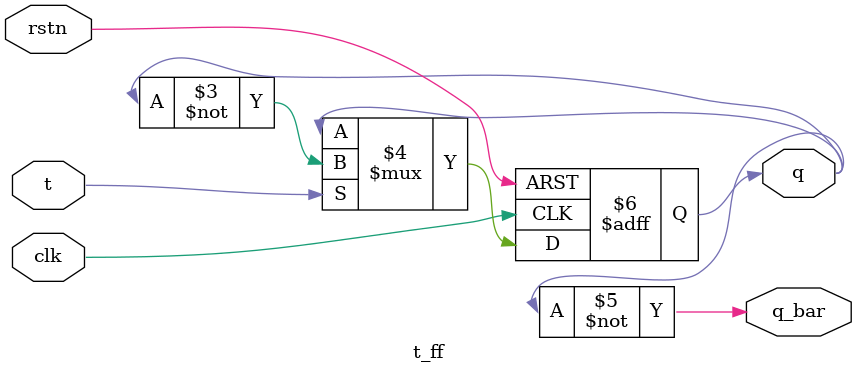
<source format=v>
`timescale 1ns / 1ps


module t_ff(input clk, input rstn,
  input t,
  output reg q,
  output q_bar
  );
  
  always@(posedge clk or negedge rstn) begin // for asynchronous reset
  //always@(posedge clk) begin // for synchronous reset
    if(!rstn) q <= 0;
    else begin
      q <= (t?~q:q);
    end
  end
  assign q_bar = ~q;
endmodule

</source>
